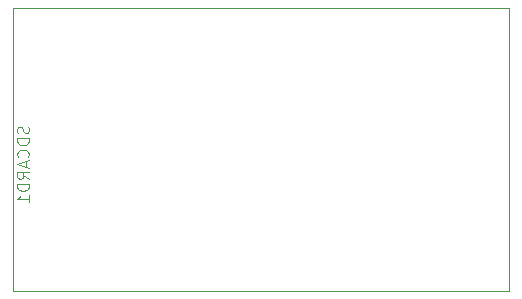
<source format=gbr>
%TF.GenerationSoftware,KiCad,Pcbnew,8.0.4*%
%TF.CreationDate,2024-08-20T15:20:12-04:00*%
%TF.ProjectId,gameconsole,67616d65-636f-46e7-936f-6c652e6b6963,rev?*%
%TF.SameCoordinates,Original*%
%TF.FileFunction,Legend,Bot*%
%TF.FilePolarity,Positive*%
%FSLAX46Y46*%
G04 Gerber Fmt 4.6, Leading zero omitted, Abs format (unit mm)*
G04 Created by KiCad (PCBNEW 8.0.4) date 2024-08-20 15:20:12*
%MOMM*%
%LPD*%
G01*
G04 APERTURE LIST*
%ADD10C,0.100000*%
G04 APERTURE END LIST*
D10*
X109409800Y-110259524D02*
X109457419Y-110402381D01*
X109457419Y-110402381D02*
X109457419Y-110640476D01*
X109457419Y-110640476D02*
X109409800Y-110735714D01*
X109409800Y-110735714D02*
X109362180Y-110783333D01*
X109362180Y-110783333D02*
X109266942Y-110830952D01*
X109266942Y-110830952D02*
X109171704Y-110830952D01*
X109171704Y-110830952D02*
X109076466Y-110783333D01*
X109076466Y-110783333D02*
X109028847Y-110735714D01*
X109028847Y-110735714D02*
X108981228Y-110640476D01*
X108981228Y-110640476D02*
X108933609Y-110450000D01*
X108933609Y-110450000D02*
X108885990Y-110354762D01*
X108885990Y-110354762D02*
X108838371Y-110307143D01*
X108838371Y-110307143D02*
X108743133Y-110259524D01*
X108743133Y-110259524D02*
X108647895Y-110259524D01*
X108647895Y-110259524D02*
X108552657Y-110307143D01*
X108552657Y-110307143D02*
X108505038Y-110354762D01*
X108505038Y-110354762D02*
X108457419Y-110450000D01*
X108457419Y-110450000D02*
X108457419Y-110688095D01*
X108457419Y-110688095D02*
X108505038Y-110830952D01*
X109457419Y-111259524D02*
X108457419Y-111259524D01*
X108457419Y-111259524D02*
X108457419Y-111497619D01*
X108457419Y-111497619D02*
X108505038Y-111640476D01*
X108505038Y-111640476D02*
X108600276Y-111735714D01*
X108600276Y-111735714D02*
X108695514Y-111783333D01*
X108695514Y-111783333D02*
X108885990Y-111830952D01*
X108885990Y-111830952D02*
X109028847Y-111830952D01*
X109028847Y-111830952D02*
X109219323Y-111783333D01*
X109219323Y-111783333D02*
X109314561Y-111735714D01*
X109314561Y-111735714D02*
X109409800Y-111640476D01*
X109409800Y-111640476D02*
X109457419Y-111497619D01*
X109457419Y-111497619D02*
X109457419Y-111259524D01*
X109362180Y-112830952D02*
X109409800Y-112783333D01*
X109409800Y-112783333D02*
X109457419Y-112640476D01*
X109457419Y-112640476D02*
X109457419Y-112545238D01*
X109457419Y-112545238D02*
X109409800Y-112402381D01*
X109409800Y-112402381D02*
X109314561Y-112307143D01*
X109314561Y-112307143D02*
X109219323Y-112259524D01*
X109219323Y-112259524D02*
X109028847Y-112211905D01*
X109028847Y-112211905D02*
X108885990Y-112211905D01*
X108885990Y-112211905D02*
X108695514Y-112259524D01*
X108695514Y-112259524D02*
X108600276Y-112307143D01*
X108600276Y-112307143D02*
X108505038Y-112402381D01*
X108505038Y-112402381D02*
X108457419Y-112545238D01*
X108457419Y-112545238D02*
X108457419Y-112640476D01*
X108457419Y-112640476D02*
X108505038Y-112783333D01*
X108505038Y-112783333D02*
X108552657Y-112830952D01*
X109171704Y-113211905D02*
X109171704Y-113688095D01*
X109457419Y-113116667D02*
X108457419Y-113450000D01*
X108457419Y-113450000D02*
X109457419Y-113783333D01*
X109457419Y-114688095D02*
X108981228Y-114354762D01*
X109457419Y-114116667D02*
X108457419Y-114116667D01*
X108457419Y-114116667D02*
X108457419Y-114497619D01*
X108457419Y-114497619D02*
X108505038Y-114592857D01*
X108505038Y-114592857D02*
X108552657Y-114640476D01*
X108552657Y-114640476D02*
X108647895Y-114688095D01*
X108647895Y-114688095D02*
X108790752Y-114688095D01*
X108790752Y-114688095D02*
X108885990Y-114640476D01*
X108885990Y-114640476D02*
X108933609Y-114592857D01*
X108933609Y-114592857D02*
X108981228Y-114497619D01*
X108981228Y-114497619D02*
X108981228Y-114116667D01*
X109457419Y-115116667D02*
X108457419Y-115116667D01*
X108457419Y-115116667D02*
X108457419Y-115354762D01*
X108457419Y-115354762D02*
X108505038Y-115497619D01*
X108505038Y-115497619D02*
X108600276Y-115592857D01*
X108600276Y-115592857D02*
X108695514Y-115640476D01*
X108695514Y-115640476D02*
X108885990Y-115688095D01*
X108885990Y-115688095D02*
X109028847Y-115688095D01*
X109028847Y-115688095D02*
X109219323Y-115640476D01*
X109219323Y-115640476D02*
X109314561Y-115592857D01*
X109314561Y-115592857D02*
X109409800Y-115497619D01*
X109409800Y-115497619D02*
X109457419Y-115354762D01*
X109457419Y-115354762D02*
X109457419Y-115116667D01*
X109457419Y-116640476D02*
X109457419Y-116069048D01*
X109457419Y-116354762D02*
X108457419Y-116354762D01*
X108457419Y-116354762D02*
X108600276Y-116259524D01*
X108600276Y-116259524D02*
X108695514Y-116164286D01*
X108695514Y-116164286D02*
X108743133Y-116069048D01*
%TO.C,SDCARD1*%
X150100000Y-124200000D02*
X108100000Y-124200000D01*
X108100000Y-100200000D01*
X150100000Y-100200000D01*
X150100000Y-124200000D01*
%TD*%
M02*

</source>
